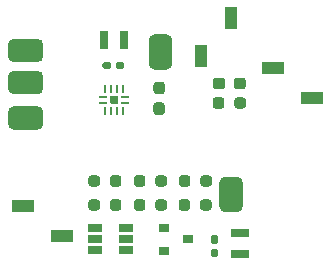
<source format=gtp>
%TF.GenerationSoftware,KiCad,Pcbnew,5.1.10*%
%TF.CreationDate,2021-08-11T21:48:22+02:00*%
%TF.ProjectId,LiPo_Wireless,4c69506f-5f57-4697-9265-6c6573732e6b,rev?*%
%TF.SameCoordinates,Original*%
%TF.FileFunction,Paste,Top*%
%TF.FilePolarity,Positive*%
%FSLAX46Y46*%
G04 Gerber Fmt 4.6, Leading zero omitted, Abs format (unit mm)*
G04 Created by KiCad (PCBNEW 5.1.10) date 2021-08-11 21:48:22*
%MOMM*%
%LPD*%
G01*
G04 APERTURE LIST*
%ADD10R,1.900000X1.000000*%
%ADD11R,1.500000X0.700000*%
%ADD12R,0.700000X1.500000*%
%ADD13R,0.900000X0.800000*%
%ADD14R,1.220000X0.650000*%
%ADD15C,0.100000*%
%ADD16R,0.700000X0.250000*%
%ADD17R,0.250000X0.700000*%
%ADD18R,1.000000X1.900000*%
G04 APERTURE END LIST*
%TO.C,BT1*%
G36*
G01*
X65048000Y-109895000D02*
X65048000Y-108895000D01*
G75*
G02*
X65548000Y-108395000I500000J0D01*
G01*
X67548000Y-108395000D01*
G75*
G02*
X68048000Y-108895000I0J-500000D01*
G01*
X68048000Y-109895000D01*
G75*
G02*
X67548000Y-110395000I-500000J0D01*
G01*
X65548000Y-110395000D01*
G75*
G02*
X65048000Y-109895000I0J500000D01*
G01*
G37*
G36*
G01*
X65048000Y-112895000D02*
X65048000Y-111895000D01*
G75*
G02*
X65548000Y-111395000I500000J0D01*
G01*
X67548000Y-111395000D01*
G75*
G02*
X68048000Y-111895000I0J-500000D01*
G01*
X68048000Y-112895000D01*
G75*
G02*
X67548000Y-113395000I-500000J0D01*
G01*
X65548000Y-113395000D01*
G75*
G02*
X65048000Y-112895000I0J500000D01*
G01*
G37*
%TD*%
%TO.C,C1*%
G36*
G01*
X82705000Y-124184500D02*
X82395000Y-124184500D01*
G75*
G02*
X82240000Y-124029500I0J155000D01*
G01*
X82240000Y-123604500D01*
G75*
G02*
X82395000Y-123449500I155000J0D01*
G01*
X82705000Y-123449500D01*
G75*
G02*
X82860000Y-123604500I0J-155000D01*
G01*
X82860000Y-124029500D01*
G75*
G02*
X82705000Y-124184500I-155000J0D01*
G01*
G37*
G36*
G01*
X82705000Y-123049500D02*
X82395000Y-123049500D01*
G75*
G02*
X82240000Y-122894500I0J155000D01*
G01*
X82240000Y-122469500D01*
G75*
G02*
X82395000Y-122314500I155000J0D01*
G01*
X82705000Y-122314500D01*
G75*
G02*
X82860000Y-122469500I0J-155000D01*
G01*
X82860000Y-122894500D01*
G75*
G02*
X82705000Y-123049500I-155000J0D01*
G01*
G37*
%TD*%
%TO.C,C2*%
G36*
G01*
X74181500Y-108105000D02*
X74181500Y-107795000D01*
G75*
G02*
X74336500Y-107640000I155000J0D01*
G01*
X74761500Y-107640000D01*
G75*
G02*
X74916500Y-107795000I0J-155000D01*
G01*
X74916500Y-108105000D01*
G75*
G02*
X74761500Y-108260000I-155000J0D01*
G01*
X74336500Y-108260000D01*
G75*
G02*
X74181500Y-108105000I0J155000D01*
G01*
G37*
G36*
G01*
X73046500Y-108105000D02*
X73046500Y-107795000D01*
G75*
G02*
X73201500Y-107640000I155000J0D01*
G01*
X73626500Y-107640000D01*
G75*
G02*
X73781500Y-107795000I0J-155000D01*
G01*
X73781500Y-108105000D01*
G75*
G02*
X73626500Y-108260000I-155000J0D01*
G01*
X73201500Y-108260000D01*
G75*
G02*
X73046500Y-108105000I0J155000D01*
G01*
G37*
%TD*%
%TO.C,D1*%
G36*
G01*
X78088500Y-112130000D02*
X77613500Y-112130000D01*
G75*
G02*
X77376000Y-111892500I0J237500D01*
G01*
X77376000Y-111317500D01*
G75*
G02*
X77613500Y-111080000I237500J0D01*
G01*
X78088500Y-111080000D01*
G75*
G02*
X78326000Y-111317500I0J-237500D01*
G01*
X78326000Y-111892500D01*
G75*
G02*
X78088500Y-112130000I-237500J0D01*
G01*
G37*
G36*
G01*
X78088500Y-110380000D02*
X77613500Y-110380000D01*
G75*
G02*
X77376000Y-110142500I0J237500D01*
G01*
X77376000Y-109567500D01*
G75*
G02*
X77613500Y-109330000I237500J0D01*
G01*
X78088500Y-109330000D01*
G75*
G02*
X78326000Y-109567500I0J-237500D01*
G01*
X78326000Y-110142500D01*
G75*
G02*
X78088500Y-110380000I-237500J0D01*
G01*
G37*
%TD*%
%TO.C,D2*%
G36*
G01*
X83456000Y-109236500D02*
X83456000Y-109711500D01*
G75*
G02*
X83218500Y-109949000I-237500J0D01*
G01*
X82643500Y-109949000D01*
G75*
G02*
X82406000Y-109711500I0J237500D01*
G01*
X82406000Y-109236500D01*
G75*
G02*
X82643500Y-108999000I237500J0D01*
G01*
X83218500Y-108999000D01*
G75*
G02*
X83456000Y-109236500I0J-237500D01*
G01*
G37*
G36*
G01*
X85206000Y-109236500D02*
X85206000Y-109711500D01*
G75*
G02*
X84968500Y-109949000I-237500J0D01*
G01*
X84393500Y-109949000D01*
G75*
G02*
X84156000Y-109711500I0J237500D01*
G01*
X84156000Y-109236500D01*
G75*
G02*
X84393500Y-108999000I237500J0D01*
G01*
X84968500Y-108999000D01*
G75*
G02*
X85206000Y-109236500I0J-237500D01*
G01*
G37*
%TD*%
%TO.C,J_Bat1*%
G36*
G01*
X65048000Y-107180000D02*
X65048000Y-106180000D01*
G75*
G02*
X65548000Y-105680000I500000J0D01*
G01*
X67548000Y-105680000D01*
G75*
G02*
X68048000Y-106180000I0J-500000D01*
G01*
X68048000Y-107180000D01*
G75*
G02*
X67548000Y-107680000I-500000J0D01*
G01*
X65548000Y-107680000D01*
G75*
G02*
X65048000Y-107180000I0J500000D01*
G01*
G37*
%TD*%
%TO.C,J_Chg*%
G36*
G01*
X78478000Y-108307000D02*
X77478000Y-108307000D01*
G75*
G02*
X76978000Y-107807000I0J500000D01*
G01*
X76978000Y-105807000D01*
G75*
G02*
X77478000Y-105307000I500000J0D01*
G01*
X78478000Y-105307000D01*
G75*
G02*
X78978000Y-105807000I0J-500000D01*
G01*
X78978000Y-107807000D01*
G75*
G02*
X78478000Y-108307000I-500000J0D01*
G01*
G37*
%TD*%
%TO.C,J_Frq1*%
G36*
G01*
X83447000Y-117372000D02*
X84447000Y-117372000D01*
G75*
G02*
X84947000Y-117872000I0J-500000D01*
G01*
X84947000Y-119872000D01*
G75*
G02*
X84447000Y-120372000I-500000J0D01*
G01*
X83447000Y-120372000D01*
G75*
G02*
X82947000Y-119872000I0J500000D01*
G01*
X82947000Y-117872000D01*
G75*
G02*
X83447000Y-117372000I500000J0D01*
G01*
G37*
%TD*%
D10*
%TO.C,Power_in*%
X69596000Y-122428000D03*
X66296000Y-119888000D03*
%TD*%
%TO.C,Power_out*%
X87505000Y-108204000D03*
X90805000Y-110744000D03*
%TD*%
D11*
%TO.C,L1*%
X84709000Y-122174000D03*
X84709000Y-123874000D03*
%TD*%
D12*
%TO.C,L2*%
X74852000Y-105791000D03*
X73152000Y-105791000D03*
%TD*%
D13*
%TO.C,Q1*%
X78264000Y-121732000D03*
X78264000Y-123632000D03*
X80264000Y-122682000D03*
%TD*%
%TO.C,R1*%
G36*
G01*
X82322500Y-117491500D02*
X82322500Y-117966500D01*
G75*
G02*
X82085000Y-118204000I-237500J0D01*
G01*
X81585000Y-118204000D01*
G75*
G02*
X81347500Y-117966500I0J237500D01*
G01*
X81347500Y-117491500D01*
G75*
G02*
X81585000Y-117254000I237500J0D01*
G01*
X82085000Y-117254000D01*
G75*
G02*
X82322500Y-117491500I0J-237500D01*
G01*
G37*
G36*
G01*
X80497500Y-117491500D02*
X80497500Y-117966500D01*
G75*
G02*
X80260000Y-118204000I-237500J0D01*
G01*
X79760000Y-118204000D01*
G75*
G02*
X79522500Y-117966500I0J237500D01*
G01*
X79522500Y-117491500D01*
G75*
G02*
X79760000Y-117254000I237500J0D01*
G01*
X80260000Y-117254000D01*
G75*
G02*
X80497500Y-117491500I0J-237500D01*
G01*
G37*
%TD*%
%TO.C,R2*%
G36*
G01*
X76687500Y-117491500D02*
X76687500Y-117966500D01*
G75*
G02*
X76450000Y-118204000I-237500J0D01*
G01*
X75950000Y-118204000D01*
G75*
G02*
X75712500Y-117966500I0J237500D01*
G01*
X75712500Y-117491500D01*
G75*
G02*
X75950000Y-117254000I237500J0D01*
G01*
X76450000Y-117254000D01*
G75*
G02*
X76687500Y-117491500I0J-237500D01*
G01*
G37*
G36*
G01*
X78512500Y-117491500D02*
X78512500Y-117966500D01*
G75*
G02*
X78275000Y-118204000I-237500J0D01*
G01*
X77775000Y-118204000D01*
G75*
G02*
X77537500Y-117966500I0J237500D01*
G01*
X77537500Y-117491500D01*
G75*
G02*
X77775000Y-117254000I237500J0D01*
G01*
X78275000Y-117254000D01*
G75*
G02*
X78512500Y-117491500I0J-237500D01*
G01*
G37*
%TD*%
%TO.C,R3*%
G36*
G01*
X72830500Y-119523500D02*
X72830500Y-119998500D01*
G75*
G02*
X72593000Y-120236000I-237500J0D01*
G01*
X72093000Y-120236000D01*
G75*
G02*
X71855500Y-119998500I0J237500D01*
G01*
X71855500Y-119523500D01*
G75*
G02*
X72093000Y-119286000I237500J0D01*
G01*
X72593000Y-119286000D01*
G75*
G02*
X72830500Y-119523500I0J-237500D01*
G01*
G37*
G36*
G01*
X74655500Y-119523500D02*
X74655500Y-119998500D01*
G75*
G02*
X74418000Y-120236000I-237500J0D01*
G01*
X73918000Y-120236000D01*
G75*
G02*
X73680500Y-119998500I0J237500D01*
G01*
X73680500Y-119523500D01*
G75*
G02*
X73918000Y-119286000I237500J0D01*
G01*
X74418000Y-119286000D01*
G75*
G02*
X74655500Y-119523500I0J-237500D01*
G01*
G37*
%TD*%
%TO.C,R4*%
G36*
G01*
X80474000Y-119523500D02*
X80474000Y-119998500D01*
G75*
G02*
X80236500Y-120236000I-237500J0D01*
G01*
X79736500Y-120236000D01*
G75*
G02*
X79499000Y-119998500I0J237500D01*
G01*
X79499000Y-119523500D01*
G75*
G02*
X79736500Y-119286000I237500J0D01*
G01*
X80236500Y-119286000D01*
G75*
G02*
X80474000Y-119523500I0J-237500D01*
G01*
G37*
G36*
G01*
X82299000Y-119523500D02*
X82299000Y-119998500D01*
G75*
G02*
X82061500Y-120236000I-237500J0D01*
G01*
X81561500Y-120236000D01*
G75*
G02*
X81324000Y-119998500I0J237500D01*
G01*
X81324000Y-119523500D01*
G75*
G02*
X81561500Y-119286000I237500J0D01*
G01*
X82061500Y-119286000D01*
G75*
G02*
X82299000Y-119523500I0J-237500D01*
G01*
G37*
%TD*%
%TO.C,R5*%
G36*
G01*
X78512500Y-119523500D02*
X78512500Y-119998500D01*
G75*
G02*
X78275000Y-120236000I-237500J0D01*
G01*
X77775000Y-120236000D01*
G75*
G02*
X77537500Y-119998500I0J237500D01*
G01*
X77537500Y-119523500D01*
G75*
G02*
X77775000Y-119286000I237500J0D01*
G01*
X78275000Y-119286000D01*
G75*
G02*
X78512500Y-119523500I0J-237500D01*
G01*
G37*
G36*
G01*
X76687500Y-119523500D02*
X76687500Y-119998500D01*
G75*
G02*
X76450000Y-120236000I-237500J0D01*
G01*
X75950000Y-120236000D01*
G75*
G02*
X75712500Y-119998500I0J237500D01*
G01*
X75712500Y-119523500D01*
G75*
G02*
X75950000Y-119286000I237500J0D01*
G01*
X76450000Y-119286000D01*
G75*
G02*
X76687500Y-119523500I0J-237500D01*
G01*
G37*
%TD*%
%TO.C,R6*%
G36*
G01*
X74655500Y-117491500D02*
X74655500Y-117966500D01*
G75*
G02*
X74418000Y-118204000I-237500J0D01*
G01*
X73918000Y-118204000D01*
G75*
G02*
X73680500Y-117966500I0J237500D01*
G01*
X73680500Y-117491500D01*
G75*
G02*
X73918000Y-117254000I237500J0D01*
G01*
X74418000Y-117254000D01*
G75*
G02*
X74655500Y-117491500I0J-237500D01*
G01*
G37*
G36*
G01*
X72830500Y-117491500D02*
X72830500Y-117966500D01*
G75*
G02*
X72593000Y-118204000I-237500J0D01*
G01*
X72093000Y-118204000D01*
G75*
G02*
X71855500Y-117966500I0J237500D01*
G01*
X71855500Y-117491500D01*
G75*
G02*
X72093000Y-117254000I237500J0D01*
G01*
X72593000Y-117254000D01*
G75*
G02*
X72830500Y-117491500I0J-237500D01*
G01*
G37*
%TD*%
%TO.C,R7*%
G36*
G01*
X85196500Y-110887500D02*
X85196500Y-111362500D01*
G75*
G02*
X84959000Y-111600000I-237500J0D01*
G01*
X84459000Y-111600000D01*
G75*
G02*
X84221500Y-111362500I0J237500D01*
G01*
X84221500Y-110887500D01*
G75*
G02*
X84459000Y-110650000I237500J0D01*
G01*
X84959000Y-110650000D01*
G75*
G02*
X85196500Y-110887500I0J-237500D01*
G01*
G37*
G36*
G01*
X83371500Y-110887500D02*
X83371500Y-111362500D01*
G75*
G02*
X83134000Y-111600000I-237500J0D01*
G01*
X82634000Y-111600000D01*
G75*
G02*
X82396500Y-111362500I0J237500D01*
G01*
X82396500Y-110887500D01*
G75*
G02*
X82634000Y-110650000I237500J0D01*
G01*
X83134000Y-110650000D01*
G75*
G02*
X83371500Y-110887500I0J-237500D01*
G01*
G37*
%TD*%
D14*
%TO.C,U1*%
X75057000Y-123571000D03*
X75057000Y-122621000D03*
X75057000Y-121671000D03*
X72437000Y-121671000D03*
X72437000Y-122621000D03*
X72437000Y-123571000D03*
%TD*%
D15*
%TO.C,U2*%
G36*
X74391000Y-110521000D02*
G01*
X74391000Y-111221000D01*
X73831000Y-111221000D01*
X73691000Y-111081000D01*
X73691000Y-110521000D01*
X74391000Y-110521000D01*
G37*
D16*
X73141000Y-111121000D03*
X73141000Y-110621000D03*
X74941000Y-110621000D03*
X74941000Y-111121000D03*
D17*
X73291000Y-109971000D03*
X73791000Y-109971000D03*
X74291000Y-109971000D03*
X74791000Y-109971000D03*
X73291000Y-111771000D03*
X73791000Y-111771000D03*
X74291000Y-111771000D03*
X74791000Y-111771000D03*
%TD*%
D18*
%TO.C,LED1*%
X83947000Y-103887000D03*
X81407000Y-107187000D03*
%TD*%
M02*

</source>
